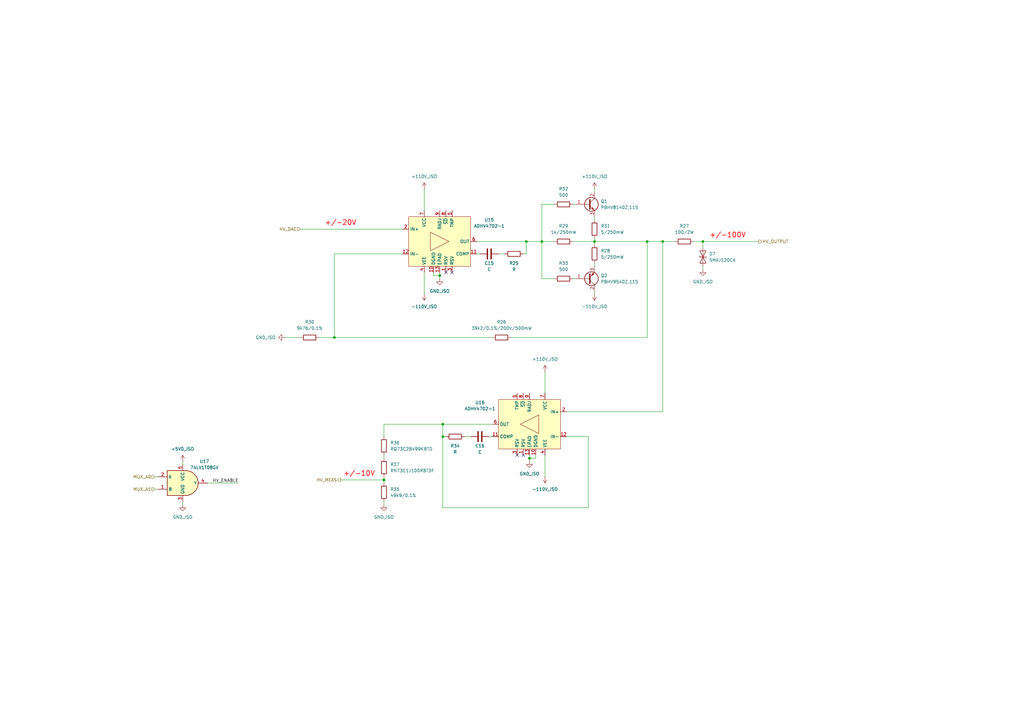
<source format=kicad_sch>
(kicad_sch (version 20250114) (generator "eeschema") (generator_version "9.0")
  (paper "A3")
  (lib_symbols
    (symbol "74xx:74LV1T08GV"
      (property "Reference" "U" (at -7.366 6.604 0))
      (property "Value" "74LV1T08GV" (at -6.35 -6.35 0))
      (symbol "74LV1T08GV_0_1"
        (arc (start 1.27 5.08) (mid 6.3279 0) (end 1.27 -5.08) (stroke (width 0.254)) (fill (type background)))
        (polyline (pts (xy 1.27 -5.08) (xy -6.35 -5.08) (xy -6.35 5.08) (xy 1.27 5.08)) (stroke (width 0.254)) (fill (type background)))
      )
      (symbol "74LV1T08GV_1_1"
        (pin input line (at -10.16 2.54 0) (length 3.81) (name "A") (number "2"))
        (pin input line (at -10.16 -2.54 0) (length 3.81) (name "B") (number "1"))
        (pin power_in line (at 0 7.62 270) (length 2.54) (name "VCC") (number "5"))
        (pin power_in line (at 0 -7.62 90) (length 2.54) (name "GND") (number "3"))
        (pin output line (at 10.16 0 180) (length 3.81) (name "Y") (number "4"))
      )
    )
    (symbol "Device:C" (pin_numbers (hide yes)) (pin_names (offset 0.254))
      (property "Reference" "C" (at 0.635 2.54 0))
      (property "Value" "C" (at 0.635 -2.54 0))
      (symbol "C_0_1"
        (polyline (pts (xy -2.032 0.762) (xy 2.032 0.762)) (stroke (width 0.508)))
        (polyline (pts (xy -2.032 -0.762) (xy 2.032 -0.762)) (stroke (width 0.508)))
      )
      (symbol "C_1_1"
        (pin passive line (at 0 3.81 270) (length 2.794) (name "~") (number "1"))
        (pin passive line (at 0 -3.81 90) (length 2.794) (name "~") (number "2"))
      )
    )
    (symbol "Device:R" (pin_numbers (hide yes)) (pin_names (offset 0))
      (property "Reference" "R" (at 2.032 0 90))
      (property "Value" "R" (at 0 0 90))
      (symbol "R_0_1"
        (rectangle (start -1.016 -2.54) (end 1.016 2.54) (stroke (width 0.254)))
      )
      (symbol "R_1_1"
        (pin passive line (at 0 3.81 270) (length 1.27) (name "~") (number "1"))
        (pin passive line (at 0 -3.81 90) (length 1.27) (name "~") (number "2"))
      )
    )
    (symbol "Diode:SMAJ120CA" (pin_numbers (hide yes)) (pin_names (offset 1.016) (hide yes))
      (property "Reference" "D" (at 0 2.54 0))
      (property "Value" "SMAJ120CA" (at 0 -2.54 0))
      (symbol "SMAJ120CA_0_1"
        (polyline (pts (xy -2.54 -1.27) (xy 0 0) (xy -2.54 1.27) (xy -2.54 -1.27)) (stroke (width 0.2032)))
        (polyline (pts (xy 0.508 1.27) (xy 0 1.27) (xy 0 -1.27) (xy -0.508 -1.27)) (stroke (width 0.2032)))
        (polyline (pts (xy 1.27 0) (xy -1.27 0)))
        (polyline (pts (xy 2.54 1.27) (xy 2.54 -1.27) (xy 0 0) (xy 2.54 1.27)) (stroke (width 0.2032)))
      )
      (symbol "SMAJ120CA_1_1"
        (pin passive line (at -3.81 0 0) (length 2.54) (name "A1") (number "1"))
        (pin passive line (at 3.81 0 180) (length 2.54) (name "A2") (number "2"))
      )
    )
    (symbol "ETH1CVOLT_A:+110V_ISO" (power) (pin_numbers (hide yes)) (pin_names (offset 0) (hide yes))
      (property "Value" "+110V_ISO" (at 0 3.556 0))
      (symbol "+110V_ISO_0_1"
        (polyline (pts (xy -0.762 1.27) (xy 0 2.54)))
        (polyline (pts (xy 0 2.54) (xy 0.762 1.27)))
        (polyline (pts (xy 0 0) (xy 0 2.54)))
      )
      (symbol "+110V_ISO_1_1"
        (pin power_in line (at 0 0 90) (length 0) (name "~") (number "1"))
      )
    )
    (symbol "ETH1CVOLT_A:+5VD_ISO" (power) (pin_numbers (hide yes)) (pin_names (offset 0) (hide yes))
      (property "Value" "+5VD_ISO" (at 0 3.556 0))
      (symbol "+5VD_ISO_0_1"
        (polyline (pts (xy -0.762 1.27) (xy 0 2.54)))
        (polyline (pts (xy 0 2.54) (xy 0.762 1.27)))
        (polyline (pts (xy 0 0) (xy 0 2.54)))
      )
      (symbol "+5VD_ISO_1_1"
        (pin power_in line (at 0 0 90) (length 0) (name "~") (number "1"))
      )
    )
    (symbol "ETH1CVOLT_A:-110V_ISO" (power) (pin_numbers (hide yes)) (pin_names (offset 0) (hide yes))
      (property "Value" "-110V_ISO" (at 0 3.556 0))
      (symbol "-110V_ISO_0_1"
        (polyline (pts (xy -0.762 1.27) (xy 0 2.54)))
        (polyline (pts (xy 0 2.54) (xy 0.762 1.27)))
        (polyline (pts (xy 0 0) (xy 0 2.54)))
      )
      (symbol "-110V_ISO_1_1"
        (pin power_in line (at 0 0 90) (length 0) (name "~") (number "1"))
      )
    )
    (symbol "ETH1CVOLT_A:GND_ISO" (power) (pin_numbers (hide yes)) (pin_names (offset 0) (hide yes))
      (property "Value" "GND_ISO" (at 0 -3.81 0))
      (symbol "GND_ISO_0_1"
        (polyline (pts (xy 0 0) (xy 0 -1.27) (xy 1.27 -1.27) (xy 0 -2.54) (xy -1.27 -1.27) (xy 0 -1.27)))
      )
      (symbol "GND_ISO_1_1"
        (pin power_in line (at 0 0 270) (length 0) (name "~") (number "1"))
      )
    )
    (symbol "ETH1CVOLT_B:ADHV4702-1"
      (property "Reference" "U" (at 20.066 7.874 0))
      (property "Value" "ADHV4702-1" (at 19.812 5.842 0))
      (symbol "ADHV4702-1_0_0"
        (pin input line (at -15.24 5.08 0) (length 2.54) (name "IN+") (number "2"))
        (pin input line (at -15.24 -5.08 0) (length 2.54) (name "IN-") (number "12"))
        (pin power_in line (at -6.35 12.7 270) (length 2.54) (name "VCC") (number "7"))
        (pin power_in line (at -6.35 -12.7 90) (length 2.54) (name "VEE") (number "4"))
        (pin passive line (at -2.54 -12.7 90) (length 2.54) (name "DGND") (number "10"))
        (pin input line (at 0 12.7 270) (length 2.54) (name "RADJ") (number "9"))
        (pin input line (at 0 -12.7 90) (length 2.54) (name "EPAD") (number "13"))
        (pin input line (at 2.54 12.7 270) (length 2.54) (name "~{SD}") (number "8"))
        (pin output line (at 5.08 12.7 270) (length 2.54) (name "TMP") (number "5"))
        (pin output line (at 15.24 0 180) (length 2.54) (name "OUT") (number "6"))
        (pin output line (at 15.24 -5.08 180) (length 2.54) (name "COMP") (number "11"))
      )
      (symbol "ADHV4702-1_0_1"
        (rectangle (start -12.7 10.16) (end 12.7 -10.16) (fill (type color) (color 255 255 194 1)))
        (polyline (pts (xy -3.81 3.81) (xy -3.81 -3.81) (xy 3.81 0) (xy -3.81 3.81)))
      )
      (symbol "ADHV4702-1_1_0"
        (pin passive line (at 2.54 -12.7 90) (length 2.54) (name "RSV") (number "1"))
        (pin passive line (at 5.08 -12.7 90) (length 2.54) (name "RSV") (number "3"))
      )
    )
    (symbol "Transistor_BJT:Q_NPN_BCE" (pin_names (offset 0) (hide yes))
      (property "Reference" "Q" (at 5.08 1.27 0))
      (property "Value" "Q_NPN_BCE" (at 5.08 -1.27 0))
      (symbol "Q_NPN_BCE_0_1"
        (polyline (pts (xy -2.54 0) (xy 0.635 0)))
        (polyline (pts (xy 0.635 1.905) (xy 0.635 -1.905)) (stroke (width 0.508)))
        (circle (center 1.27 0) (radius 2.8194) (stroke (width 0.254)))
      )
      (symbol "Q_NPN_BCE_1_1"
        (polyline (pts (xy 0.635 0.635) (xy 2.54 2.54)))
        (polyline (pts (xy 0.635 -0.635) (xy 2.54 -2.54)))
        (polyline (pts (xy 1.27 -1.778) (xy 1.778 -1.27) (xy 2.286 -2.286) (xy 1.27 -1.778)) (fill (type outline)))
        (pin input line (at -5.08 0 0) (length 2.54) (name "B") (number "1"))
        (pin passive line (at 2.54 5.08 270) (length 2.54) (name "C") (number "2"))
        (pin passive line (at 2.54 -5.08 90) (length 2.54) (name "E") (number "3"))
      )
    )
    (symbol "Transistor_BJT:Q_PNP_BCE" (pin_names (offset 0) (hide yes))
      (property "Reference" "Q" (at 5.08 1.27 0))
      (property "Value" "Q_PNP_BCE" (at 5.08 -1.27 0))
      (symbol "Q_PNP_BCE_0_1"
        (polyline (pts (xy -2.54 0) (xy 0.635 0)))
        (polyline (pts (xy 0.635 1.905) (xy 0.635 -1.905)) (stroke (width 0.508)))
        (polyline (pts (xy 0.635 0.635) (xy 2.54 2.54)))
        (polyline (pts (xy 0.635 -0.635) (xy 2.54 -2.54)))
        (circle (center 1.27 0) (radius 2.8194) (stroke (width 0.254)))
        (polyline (pts (xy 2.286 -1.778) (xy 1.778 -2.286) (xy 1.27 -1.27) (xy 2.286 -1.778)) (fill (type outline)))
      )
      (symbol "Q_PNP_BCE_1_1"
        (pin input line (at -5.08 0 0) (length 2.54) (name "B") (number "1"))
        (pin passive line (at 2.54 5.08 270) (length 2.54) (name "C") (number "2"))
        (pin passive line (at 2.54 -5.08 90) (length 2.54) (name "E") (number "3"))
      )
    )
  )
  (text "+/-20V" (at 139.7 91.44 0) (effects (font (size 2.032 2.032) (thickness 0.254) (bold yes))))
  (text "+/-10V" (at 147.32 194.31 0) (effects (font (size 2.032 2.032) (thickness 0.254) (bold yes))))
  (text "+/-100V" (at 298.45 96.52 0) (effects (font (size 2.032 2.032) (thickness 0.254) (bold yes))))
  (junction (at 222.25 99.06))
  (junction (at 215.9 99.06))
  (junction (at 157.48 196.85))
  (junction (at 243.84 99.06))
  (junction (at 180.34 113.03))
  (junction (at 181.61 173.99))
  (junction (at 217.17 187.96))
  (junction (at 265.43 99.06))
  (junction (at 271.78 99.06))
  (junction (at 181.61 179.07))
  (junction (at 288.29 99.06))
  (junction (at 137.16 138.43))
  (no_connect (at 185.42 111.76))
  (no_connect (at 214.63 186.69))
  (no_connect (at 182.88 111.76))
  (no_connect (at 212.09 186.69))
  (wire (pts (xy 241.3 179.07) (xy 241.3 208.28)))
  (wire (pts (xy 63.5 195.58) (xy 64.77 195.58)))
  (wire (pts (xy 74.93 189.23) (xy 74.93 190.5)))
  (wire (pts (xy 288.29 109.22) (xy 288.29 110.49)))
  (wire (pts (xy 177.8 111.76) (xy 177.8 113.03)))
  (wire (pts (xy 241.3 208.28) (xy 181.61 208.28)))
  (wire (pts (xy 63.5 200.66) (xy 64.77 200.66)))
  (wire (pts (xy 217.17 186.69) (xy 217.17 187.96)))
  (wire (pts (xy 217.17 187.96) (xy 219.71 187.96)))
  (wire (pts (xy 243.84 77.47) (xy 243.84 78.74)))
  (wire (pts (xy 201.93 173.99) (xy 181.61 173.99)))
  (wire (pts (xy 181.61 208.28) (xy 181.61 179.07)))
  (wire (pts (xy 243.84 88.9) (xy 243.84 90.17)))
  (wire (pts (xy 209.55 138.43) (xy 265.43 138.43)))
  (wire (pts (xy 243.84 99.06) (xy 265.43 99.06)))
  (wire (pts (xy 288.29 99.06) (xy 311.15 99.06)))
  (wire (pts (xy 137.16 104.14) (xy 137.16 138.43)))
  (wire (pts (xy 195.58 104.14) (xy 196.85 104.14)))
  (wire (pts (xy 243.84 107.95) (xy 243.84 109.22)))
  (wire (pts (xy 265.43 99.06) (xy 265.43 138.43)))
  (wire (pts (xy 234.95 99.06) (xy 243.84 99.06)))
  (wire (pts (xy 222.25 114.3) (xy 222.25 99.06)))
  (wire (pts (xy 157.48 173.99) (xy 157.48 179.07)))
  (wire (pts (xy 130.81 138.43) (xy 137.16 138.43)))
  (wire (pts (xy 139.7 196.85) (xy 157.48 196.85)))
  (wire (pts (xy 193.04 179.07) (xy 190.5 179.07)))
  (wire (pts (xy 217.17 187.96) (xy 217.17 189.23)))
  (wire (pts (xy 180.34 113.03) (xy 180.34 114.3)))
  (wire (pts (xy 215.9 99.06) (xy 215.9 104.14)))
  (wire (pts (xy 182.88 179.07) (xy 181.61 179.07)))
  (wire (pts (xy 232.41 168.91) (xy 271.78 168.91)))
  (wire (pts (xy 180.34 113.03) (xy 177.8 113.03)))
  (wire (pts (xy 137.16 138.43) (xy 201.93 138.43)))
  (wire (pts (xy 157.48 205.74) (xy 157.48 207.01)))
  (wire (pts (xy 223.52 186.69) (xy 223.52 195.58)))
  (wire (pts (xy 195.58 99.06) (xy 215.9 99.06)))
  (wire (pts (xy 157.48 186.69) (xy 157.48 187.96)))
  (wire (pts (xy 123.19 93.98) (xy 165.1 93.98)))
  (wire (pts (xy 243.84 99.06) (xy 243.84 100.33)))
  (wire (pts (xy 243.84 97.79) (xy 243.84 99.06)))
  (wire (pts (xy 116.84 138.43) (xy 123.19 138.43)))
  (wire (pts (xy 85.09 198.12) (xy 97.79 198.12)))
  (wire (pts (xy 227.33 83.82) (xy 222.25 83.82)))
  (wire (pts (xy 243.84 119.38) (xy 243.84 120.65)))
  (wire (pts (xy 173.99 111.76) (xy 173.99 120.65)))
  (wire (pts (xy 215.9 99.06) (xy 222.25 99.06)))
  (wire (pts (xy 223.52 152.4) (xy 223.52 161.29)))
  (wire (pts (xy 271.78 99.06) (xy 276.86 99.06)))
  (wire (pts (xy 222.25 83.82) (xy 222.25 99.06)))
  (wire (pts (xy 288.29 99.06) (xy 288.29 101.6)))
  (wire (pts (xy 214.63 104.14) (xy 215.9 104.14)))
  (wire (pts (xy 227.33 114.3) (xy 222.25 114.3)))
  (wire (pts (xy 271.78 99.06) (xy 271.78 168.91)))
  (wire (pts (xy 236.22 83.82) (xy 234.95 83.82)))
  (wire (pts (xy 232.41 179.07) (xy 241.3 179.07)))
  (wire (pts (xy 181.61 173.99) (xy 181.61 179.07)))
  (wire (pts (xy 173.99 77.47) (xy 173.99 86.36)))
  (wire (pts (xy 284.48 99.06) (xy 288.29 99.06)))
  (wire (pts (xy 137.16 104.14) (xy 165.1 104.14)))
  (wire (pts (xy 201.93 179.07) (xy 200.66 179.07)))
  (wire (pts (xy 236.22 114.3) (xy 234.95 114.3)))
  (wire (pts (xy 265.43 99.06) (xy 271.78 99.06)))
  (wire (pts (xy 180.34 111.76) (xy 180.34 113.03)))
  (wire (pts (xy 157.48 195.58) (xy 157.48 196.85)))
  (wire (pts (xy 181.61 173.99) (xy 157.48 173.99)))
  (wire (pts (xy 74.93 207.01) (xy 74.93 205.74)))
  (wire (pts (xy 157.48 196.85) (xy 157.48 198.12)))
  (wire (pts (xy 204.47 104.14) (xy 207.01 104.14)))
  (wire (pts (xy 219.71 186.69) (xy 219.71 187.96)))
  (wire (pts (xy 222.25 99.06) (xy 227.33 99.06)))
  (label "HV_ENABLE" (at 97.79 198.12 180))
  (hierarchical_label "MUX_A0" (shape input) (at 63.5 195.58 180))
  (hierarchical_label "HV_DAC" (shape input) (at 123.19 93.98 180))
  (hierarchical_label "HV_MEAS" (shape output) (at 139.7 196.85 180))
  (hierarchical_label "HV_OUTPUT" (shape output) (at 311.15 99.06 0))
  (hierarchical_label "MUX_A1" (shape input) (at 63.5 200.66 180))
  (symbol (lib_id "Transistor_BJT:Q_PNP_BCE") (at 241.3 114.3 0) (mirror x) (unit 1)
    (property "Reference" "Q2" (at 246.38 113.0299 0) (effects (justify left)))
    (property "Value" "PBHV9540Z,115" (at 246.38 115.5699 0) (effects (justify left)))
    (property "Datasheet" "https://assets.nexperia.com/documents/data-sheet/PBHV9540Z.pdf" (effects (hide yes)))
    (property "Description" "PNP transistor, base/collector/emitter" (effects (hide yes)))
    (property "Sim.Device" "PNP" (effects (hide yes)))
    (property "Sim.Pins" "1=B 2=C 3=E" (effects (hide yes)))
  )
  (symbol (lib_id "ETH1CVOLT_A:+5VD_ISO") (at 74.93 189.23 0) (unit 1)
    (property "Reference" "#PWR049" (effects (hide yes)))
    (property "Value" "+5VD_ISO" (at 74.93 184.15 0))
    (property "Description" "Power symbol" (effects (hide yes)))
  )
  (symbol (lib_id "ETH1CVOLT_A:GND_ISO") (at 180.34 114.3 0) (unit 1)
    (property "Reference" "#PWR076" (effects (hide yes)))
    (property "Value" "GND_ISO" (at 180.34 119.38 0))
    (property "Description" "Power symbol creates a global label with name \"GND\" , ground" (effects (hide yes)))
  )
  (symbol (lib_id "Device:R") (at 243.84 93.98 0) (unit 1)
    (property "Reference" "R31" (at 246.38 92.7099 0) (effects (justify left)))
    (property "Value" "5/250mW" (at 246.38 95.2499 0) (effects (justify left)))
    (property "Description" "Resistor" (effects (hide yes)))
  )
  (symbol (lib_id "ETH1CVOLT_A:-110V_ISO") (at 223.52 195.58 0) (mirror x) (unit 1)
    (property "Reference" "#PWR084" (effects (hide yes)))
    (property "Value" "-110V_ISO" (at 223.52 200.66 0))
    (property "Description" "Power symbol" (effects (hide yes)))
  )
  (symbol (lib_id "Device:R") (at 157.48 191.77 0) (unit 1)
    (property "Reference" "R37" (at 160.02 190.4999 0) (effects (justify left)))
    (property "Value" "RN73C1J100RBTDF" (at 160.02 193.0399 0) (effects (justify left)))
    (property "Description" "Resistor" (effects (hide yes)))
  )
  (symbol (lib_id "ETH1CVOLT_A:GND_ISO") (at 217.17 189.23 0) (mirror y) (unit 1)
    (property "Reference" "#PWR085" (effects (hide yes)))
    (property "Value" "GND_ISO" (at 217.17 194.31 0))
    (property "Description" "Power symbol creates a global label with name \"GND\" , ground" (effects (hide yes)))
  )
  (symbol (lib_id "Device:R") (at 157.48 182.88 0) (unit 1)
    (property "Reference" "R36" (at 160.02 181.6099 0) (effects (justify left)))
    (property "Value" "RQ73C2B499KBTD" (at 160.02 184.1499 0) (effects (justify left)))
    (property "Description" "Resistor" (effects (hide yes)))
  )
  (symbol (lib_id "ETH1CVOLT_A:+110V_ISO") (at 223.52 152.4 0) (mirror y) (unit 1)
    (property "Reference" "#PWR083" (effects (hide yes)))
    (property "Value" "+110V_ISO" (at 223.52 147.32 0))
    (property "Description" "Power symbol" (effects (hide yes)))
  )
  (symbol (lib_id "Device:R") (at 231.14 83.82 90) (unit 1)
    (property "Reference" "R32" (at 231.14 77.47 90))
    (property "Value" "500" (at 231.14 80.01 90))
    (property "Description" "Resistor" (effects (hide yes)))
  )
  (symbol (lib_id "ETH1CVOLT_B:ADHV4702-1") (at 217.17 173.99 0) (mirror y) (unit 1)
    (property "Reference" "U16" (at 196.85 165.1 0))
    (property "Value" "ADHV4702-1" (at 196.85 167.64 0))
    (property "Datasheet" "https://www.analog.com/media/en/technical-documentation/data-sheets/adhv4702-1.pdf" (effects (hide yes)))
    (property "Description" "24 V to 220 V Precision Operational Amplifier" (effects (hide yes)))
  )
  (symbol (lib_id "Device:R") (at 231.14 114.3 90) (unit 1)
    (property "Reference" "R33" (at 231.14 107.95 90))
    (property "Value" "500" (at 231.14 110.49 90))
    (property "Description" "Resistor" (effects (hide yes)))
  )
  (symbol (lib_id "ETH1CVOLT_A:GND_ISO") (at 74.93 207.01 0) (unit 1)
    (property "Reference" "#PWR087" (effects (hide yes)))
    (property "Value" "GND_ISO" (at 74.93 212.09 0))
    (property "Description" "Power symbol creates a global label with name \"GND\" , ground" (effects (hide yes)))
  )
  (symbol (lib_id "Device:R") (at 157.48 201.93 0) (unit 1)
    (property "Reference" "R35" (at 160.02 200.6599 0) (effects (justify left)))
    (property "Value" "49k9/0.1%" (at 160.02 203.1999 0) (effects (justify left)))
    (property "Description" "Resistor" (effects (hide yes)))
  )
  (symbol (lib_id "Transistor_BJT:Q_NPN_BCE") (at 241.3 83.82 0) (unit 1)
    (property "Reference" "Q1" (at 246.38 82.5499 0) (effects (justify left)))
    (property "Value" "PBHV8140Z,115" (at 246.38 85.0899 0) (effects (justify left)))
    (property "Datasheet" "https://assets.nexperia.com/documents/data-sheet/PBHV8140Z.pdf" (effects (hide yes)))
    (property "Description" "NPN transistor, base/collector/emitter" (effects (hide yes)))
    (property "Sim.Device" "NPN" (effects (hide yes)))
    (property "Sim.Pins" "1=B 2=C 3=E" (effects (hide yes)))
  )
  (symbol (lib_id "Device:C") (at 200.66 104.14 90) (unit 1)
    (property "Reference" "C15" (at 200.66 107.95 90))
    (property "Value" "C" (at 200.66 110.49 90))
    (property "Description" "Unpolarized capacitor" (effects (hide yes)))
  )
  (symbol (lib_id "ETH1CVOLT_A:GND_ISO") (at 157.48 207.01 0) (unit 1)
    (property "Reference" "#PWR086" (effects (hide yes)))
    (property "Value" "GND_ISO" (at 157.48 212.09 0))
    (property "Description" "Power symbol creates a global label with name \"GND\" , ground" (effects (hide yes)))
  )
  (symbol (lib_id "ETH1CVOLT_B:ADHV4702-1") (at 180.34 99.06 0) (unit 1)
    (property "Reference" "U15" (at 200.66 90.17 0))
    (property "Value" "ADHV4702-1" (at 200.66 92.71 0))
    (property "Datasheet" "https://www.analog.com/media/en/technical-documentation/data-sheets/adhv4702-1.pdf" (effects (hide yes)))
    (property "Description" "24 V to 220 V Precision Operational Amplifier" (effects (hide yes)))
  )
  (symbol (lib_id "ETH1CVOLT_A:-110V_ISO") (at 243.84 120.65 180) (unit 1)
    (property "Reference" "#PWR081" (effects (hide yes)))
    (property "Value" "-110V_ISO" (at 243.84 125.73 0))
    (property "Description" "Power symbol" (effects (hide yes)))
  )
  (symbol (lib_id "Diode:SMAJ120CA") (at 288.29 105.41 90) (unit 1)
    (property "Reference" "D7" (at 290.83 104.1399 90) (effects (justify right)))
    (property "Value" "SMAJ120CA" (at 290.83 106.6799 90) (effects (justify right)))
    (property "Footprint" "Diode_SMD:D_SMA" (effects (hide yes)))
    (property "Datasheet" "https://www.littelfuse.com/media?resourcetype=datasheets&itemid=75e32973-b177-4ee3-a0ff-cedaf1abdb93&filename=smaj-datasheet" (effects (hide yes)))
    (property "Description" "400W bidirectional Transient Voltage Suppressor, 120.0Vr, SMA(DO-214AC)" (effects (hide yes)))
  )
  (symbol (lib_id "ETH1CVOLT_A:+110V_ISO") (at 173.99 77.47 0) (unit 1)
    (property "Reference" "#PWR078" (effects (hide yes)))
    (property "Value" "+110V_ISO" (at 173.99 72.39 0))
    (property "Description" "Power symbol" (effects (hide yes)))
  )
  (symbol (lib_id "Device:R") (at 186.69 179.07 270) (mirror x) (unit 1)
    (property "Reference" "R34" (at 186.69 182.88 90))
    (property "Value" "R" (at 186.69 185.42 90))
    (property "Description" "Resistor" (effects (hide yes)))
  )
  (symbol (lib_id "ETH1CVOLT_A:-110V_ISO") (at 173.99 120.65 180) (unit 1)
    (property "Reference" "#PWR077" (effects (hide yes)))
    (property "Value" "-110V_ISO" (at 173.99 125.73 0))
    (property "Description" "Power symbol" (effects (hide yes)))
  )
  (symbol (lib_id "Device:R") (at 127 138.43 90) (unit 1)
    (property "Reference" "R30" (at 127 132.08 90))
    (property "Value" "9k76/0.1%" (at 127 134.62 90))
    (property "Description" "Resistor" (effects (hide yes)))
  )
  (symbol (lib_id "Device:R") (at 243.84 104.14 0) (unit 1)
    (property "Reference" "R28" (at 246.38 102.8699 0) (effects (justify left)))
    (property "Value" "5/250mW" (at 246.38 105.4099 0) (effects (justify left)))
    (property "Description" "Resistor" (effects (hide yes)))
  )
  (symbol (lib_id "Device:R") (at 231.14 99.06 90) (unit 1)
    (property "Reference" "R29" (at 231.14 92.71 90))
    (property "Value" "1k/250mW" (at 231.14 95.25 90))
    (property "Description" "Resistor" (effects (hide yes)))
  )
  (symbol (lib_id "ETH1CVOLT_A:+110V_ISO") (at 243.84 77.47 0) (unit 1)
    (property "Reference" "#PWR080" (effects (hide yes)))
    (property "Value" "+110V_ISO" (at 243.84 72.39 0))
    (property "Description" "Power symbol" (effects (hide yes)))
  )
  (symbol (lib_id "Device:R") (at 280.67 99.06 90) (unit 1)
    (property "Reference" "R27" (at 280.67 92.71 90))
    (property "Value" "100/2W" (at 280.67 95.25 90))
    (property "Description" "Resistor" (effects (hide yes)))
  )
  (symbol (lib_id "Device:R") (at 210.82 104.14 90) (unit 1)
    (property "Reference" "R25" (at 210.82 107.95 90))
    (property "Value" "R" (at 210.82 110.49 90))
    (property "Description" "Resistor" (effects (hide yes)))
  )
  (symbol (lib_id "Device:C") (at 196.85 179.07 270) (mirror x) (unit 1)
    (property "Reference" "C16" (at 196.85 182.88 90))
    (property "Value" "C" (at 196.85 185.42 90))
    (property "Description" "Unpolarized capacitor" (effects (hide yes)))
  )
  (symbol (lib_id "ETH1CVOLT_A:GND_ISO") (at 116.84 138.43 270) (unit 1)
    (property "Reference" "#PWR079" (effects (hide yes)))
    (property "Value" "GND_ISO" (at 113.03 138.4299 90) (effects (justify right)))
    (property "Description" "Power symbol creates a global label with name \"GND\" , ground" (effects (hide yes)))
  )
  (symbol (lib_id "ETH1CVOLT_A:GND_ISO") (at 288.29 110.49 0) (unit 1)
    (property "Reference" "#PWR082" (effects (hide yes)))
    (property "Value" "GND_ISO" (at 288.29 115.57 0))
    (property "Description" "Power symbol creates a global label with name \"GND\" , ground" (effects (hide yes)))
  )
  (symbol (lib_id "Device:R") (at 205.74 138.43 90) (unit 1)
    (property "Reference" "R26" (at 205.74 132.08 90))
    (property "Value" "39k2/0.1%/200V/500mW" (at 205.74 134.62 90))
    (property "Description" "Resistor" (effects (hide yes)))
  )
  (symbol (lib_id "74xx:74LV1T08GV") (at 74.93 198.12 0) (unit 1)
    (property "Reference" "U17" (at 83.82 189.23 0))
    (property "Value" "74LV1T08GV" (at 83.82 191.77 0))
    (property "Footprint" "Package_TO_SOT_SMD:SC-74A-5_1.55x2.9mm_P0.95mm" (effects (hide yes)))
    (property "Datasheet" "https://assets.nexperia.com/documents/data-sheet/74LV1T08.pdf" (effects (hide yes)))
    (property "Description" "2-input single supply translating AND gate, SC-74A-5" (effects (hide yes)))
  )
)
</source>
